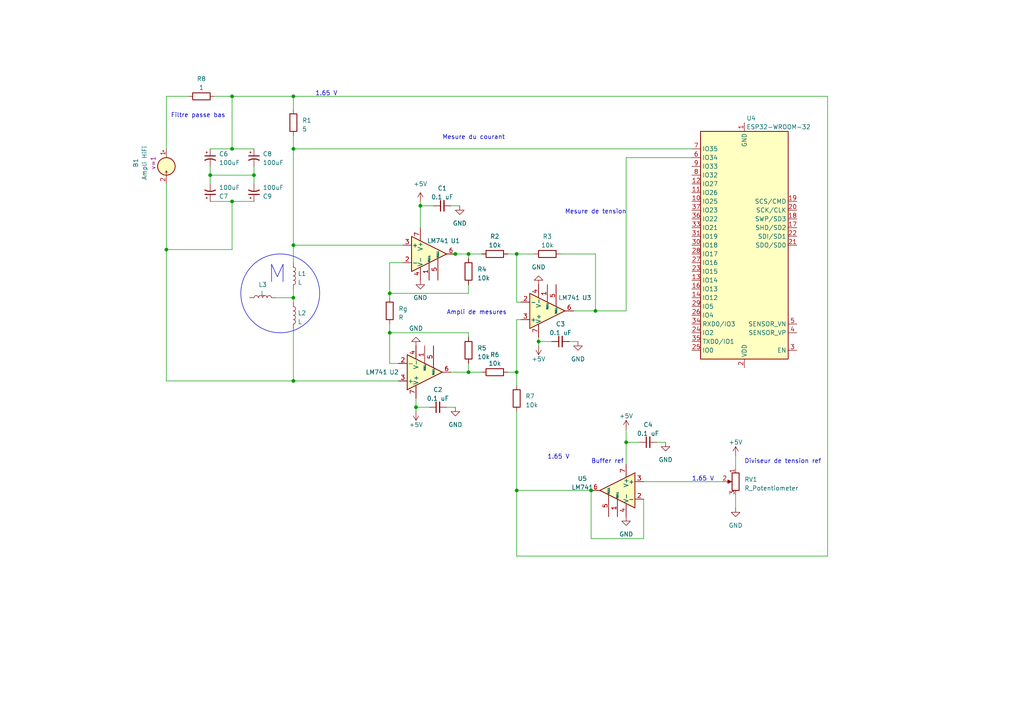
<source format=kicad_sch>
(kicad_sch (version 20230121) (generator eeschema)
  (paper "A4")
  (lib_symbols
    (symbol "Amplifier_Operational:LM741" (pin_names (offset 0.127))
      (property "Reference" "U" (at 0 6.35 0))
      (property "Value" "LM741" (at 0 3.81 0))
      (symbol "LM741_0_1"
        (polyline (pts (xy -5.08 5.08) (xy 5.08 0) (xy -5.08 -5.08) (xy -5.08 5.08)) (stroke (width 0.254)) (fill (type background)))
      )
      (symbol "LM741_1_1"
        (pin input line (at 0 -7.62 90) (length 5.08) (name "NULL") (number "1"))
        (pin input line (at -7.62 -2.54 0) (length 2.54) (name "-") (number "2"))
        (pin input line (at -7.62 2.54 0) (length 2.54) (name "+") (number "3"))
        (pin power_in line (at -2.54 -7.62 90) (length 3.81) (name "V-") (number "4"))
        (pin input line (at 2.54 -7.62 90) (length 6.35) (name "NULL") (number "5"))
        (pin output line (at 7.62 0 180) (length 2.54) (name "~") (number "6"))
        (pin power_in line (at -2.54 7.62 270) (length 3.81) (name "V+") (number "7"))
        (pin no_connect line (at 0 2.54 270) (length 2.54) hide (name "NC") (number "8"))
      )
    )
    (symbol "Device:C_Polarized_Small_US" (pin_numbers hide) (pin_names (offset 0.254) hide)
      (property "Reference" "C" (at 0.254 1.778 0))
      (property "Value" "C_Polarized_Small_US" (at 0.254 -2.032 0))
      (symbol "C_Polarized_Small_US_0_1"
        (polyline (pts (xy -1.524 0.508) (xy 1.524 0.508)) (stroke (width 0.3048)))
        (polyline (pts (xy -1.27 1.524) (xy -0.762 1.524)))
        (polyline (pts (xy -1.016 1.27) (xy -1.016 1.778)))
        (arc (start 1.524 -0.762) (mid 0 -0.3734) (end -1.524 -0.762) (stroke (width 0.3048)))
      )
      (symbol "C_Polarized_Small_US_1_1"
        (pin passive line (at 0 2.54 270) (length 2.032) (name "~") (number "1"))
        (pin passive line (at 0 -2.54 90) (length 2.032) (name "~") (number "2"))
      )
    )
    (symbol "Device:C_Small" (pin_numbers hide) (pin_names (offset 0.254) hide)
      (property "Reference" "C" (at 0.254 1.778 0))
      (property "Value" "C_Small" (at 0.254 -2.032 0))
      (symbol "C_Small_0_1"
        (polyline (pts (xy -1.524 -0.508) (xy 1.524 -0.508)) (stroke (width 0.3302)))
        (polyline (pts (xy -1.524 0.508) (xy 1.524 0.508)) (stroke (width 0.3048)))
      )
      (symbol "C_Small_1_1"
        (pin passive line (at 0 2.54 270) (length 2.032) (name "~") (number "1"))
        (pin passive line (at 0 -2.54 90) (length 2.032) (name "~") (number "2"))
      )
    )
    (symbol "Device:L" (pin_numbers hide) (pin_names (offset 1.016) hide)
      (property "Reference" "L" (at -1.27 0 90))
      (property "Value" "L" (at 1.905 0 90))
      (symbol "L_0_1"
        (arc (start 0 -2.54) (mid 0.6323 -1.905) (end 0 -1.27))
        (arc (start 0 -1.27) (mid 0.6323 -0.635) (end 0 0))
        (arc (start 0 0) (mid 0.6323 0.635) (end 0 1.27))
        (arc (start 0 1.27) (mid 0.6323 1.905) (end 0 2.54))
      )
      (symbol "L_1_1"
        (pin passive line (at 0 3.81 270) (length 1.27) (name "1") (number "1"))
        (pin passive line (at 0 -3.81 90) (length 1.27) (name "2") (number "2"))
      )
    )
    (symbol "Device:R" (pin_numbers hide) (pin_names (offset 0))
      (property "Reference" "R" (at 2.032 0 90))
      (property "Value" "R" (at 0 0 90))
      (symbol "R_0_1"
        (rectangle (start -1.016 -2.54) (end 1.016 2.54) (stroke (width 0.254)))
      )
      (symbol "R_1_1"
        (pin passive line (at 0 3.81 270) (length 1.27) (name "~") (number "1"))
        (pin passive line (at 0 -3.81 90) (length 1.27) (name "~") (number "2"))
      )
    )
    (symbol "Device:R_Potentiometer" (pin_names (offset 1.016) hide)
      (property "Reference" "RV" (at -4.445 0 90))
      (property "Value" "R_Potentiometer" (at -2.54 0 90))
      (symbol "R_Potentiometer_0_1"
        (polyline (pts (xy 2.54 0) (xy 1.524 0)))
        (polyline (pts (xy 1.143 0) (xy 2.286 0.508) (xy 2.286 -0.508) (xy 1.143 0)) (fill (type outline)))
        (rectangle (start 1.016 2.54) (end -1.016 -2.54) (stroke (width 0.254)))
      )
      (symbol "R_Potentiometer_1_1"
        (pin passive line (at 0 3.81 270) (length 1.27) (name "1") (number "1"))
        (pin passive line (at 3.81 0 180) (length 1.27) (name "2") (number "2"))
        (pin passive line (at 0 -3.81 90) (length 1.27) (name "3") (number "3"))
      )
    )
    (symbol "RF_Module:ESP32-WROOM-32"
      (property "Reference" "U" (at -12.7 34.29 0))
      (property "Value" "ESP32-WROOM-32" (at 1.27 34.29 0))
      (symbol "ESP32-WROOM-32_0_1"
        (rectangle (start -12.7 33.02) (end 12.7 -33.02) (stroke (width 0.254)) (fill (type background)))
      )
      (symbol "ESP32-WROOM-32_1_1"
        (pin power_in line (at 0 -35.56 90) (length 2.54) (name "GND") (number "1"))
        (pin bidirectional line (at 15.24 -12.7 180) (length 2.54) (name "IO25") (number "10"))
        (pin bidirectional line (at 15.24 -15.24 180) (length 2.54) (name "IO26") (number "11"))
        (pin bidirectional line (at 15.24 -17.78 180) (length 2.54) (name "IO27") (number "12"))
        (pin bidirectional line (at 15.24 10.16 180) (length 2.54) (name "IO14") (number "13"))
        (pin bidirectional line (at 15.24 15.24 180) (length 2.54) (name "IO12") (number "14"))
        (pin passive line (at 0 -35.56 90) (length 2.54) hide (name "GND") (number "15"))
        (pin bidirectional line (at 15.24 12.7 180) (length 2.54) (name "IO13") (number "16"))
        (pin bidirectional line (at -15.24 -5.08 0) (length 2.54) (name "SHD/SD2") (number "17"))
        (pin bidirectional line (at -15.24 -7.62 0) (length 2.54) (name "SWP/SD3") (number "18"))
        (pin bidirectional line (at -15.24 -12.7 0) (length 2.54) (name "SCS/CMD") (number "19"))
        (pin power_in line (at 0 35.56 270) (length 2.54) (name "VDD") (number "2"))
        (pin bidirectional line (at -15.24 -10.16 0) (length 2.54) (name "SCK/CLK") (number "20"))
        (pin bidirectional line (at -15.24 0 0) (length 2.54) (name "SDO/SD0") (number "21"))
        (pin bidirectional line (at -15.24 -2.54 0) (length 2.54) (name "SDI/SD1") (number "22"))
        (pin bidirectional line (at 15.24 7.62 180) (length 2.54) (name "IO15") (number "23"))
        (pin bidirectional line (at 15.24 25.4 180) (length 2.54) (name "IO2") (number "24"))
        (pin bidirectional line (at 15.24 30.48 180) (length 2.54) (name "IO0") (number "25"))
        (pin bidirectional line (at 15.24 20.32 180) (length 2.54) (name "IO4") (number "26"))
        (pin bidirectional line (at 15.24 5.08 180) (length 2.54) (name "IO16") (number "27"))
        (pin bidirectional line (at 15.24 2.54 180) (length 2.54) (name "IO17") (number "28"))
        (pin bidirectional line (at 15.24 17.78 180) (length 2.54) (name "IO5") (number "29"))
        (pin input line (at -15.24 30.48 0) (length 2.54) (name "EN") (number "3"))
        (pin bidirectional line (at 15.24 0 180) (length 2.54) (name "IO18") (number "30"))
        (pin bidirectional line (at 15.24 -2.54 180) (length 2.54) (name "IO19") (number "31"))
        (pin no_connect line (at -12.7 -27.94 0) (length 2.54) hide (name "NC") (number "32"))
        (pin bidirectional line (at 15.24 -5.08 180) (length 2.54) (name "IO21") (number "33"))
        (pin bidirectional line (at 15.24 22.86 180) (length 2.54) (name "RXD0/IO3") (number "34"))
        (pin bidirectional line (at 15.24 27.94 180) (length 2.54) (name "TXD0/IO1") (number "35"))
        (pin bidirectional line (at 15.24 -7.62 180) (length 2.54) (name "IO22") (number "36"))
        (pin bidirectional line (at 15.24 -10.16 180) (length 2.54) (name "IO23") (number "37"))
        (pin passive line (at 0 -35.56 90) (length 2.54) hide (name "GND") (number "38"))
        (pin passive line (at 0 -35.56 90) (length 2.54) hide (name "GND") (number "39"))
        (pin input line (at -15.24 25.4 0) (length 2.54) (name "SENSOR_VP") (number "4"))
        (pin input line (at -15.24 22.86 0) (length 2.54) (name "SENSOR_VN") (number "5"))
        (pin input line (at 15.24 -25.4 180) (length 2.54) (name "IO34") (number "6"))
        (pin input line (at 15.24 -27.94 180) (length 2.54) (name "IO35") (number "7"))
        (pin bidirectional line (at 15.24 -20.32 180) (length 2.54) (name "IO32") (number "8"))
        (pin bidirectional line (at 15.24 -22.86 180) (length 2.54) (name "IO33") (number "9"))
      )
    )
    (symbol "Simulation_SPICE:BSOURCE" (pin_names (offset 1.016) hide)
      (property "Reference" "B" (at 2.54 2.54 0))
      (property "Value" "BSOURCE" (at 2.54 0 0))
      (property "Sim.Params" "v=1" (at 2.54 -2.54 0))
      (symbol "BSOURCE_0_1"
        (polyline (pts (xy 0 -1.27) (xy 0 -2.286)))
        (polyline (pts (xy 0.254 -1.778) (xy 0 -1.27) (xy -0.254 -1.778)))
        (circle (center 0 0) (radius 2.54) (stroke (width 0.254)) (fill (type background)))
      )
      (symbol "BSOURCE_1_1"
        (polyline (pts (xy 0.635 4.445) (xy 1.143 4.445)))
        (polyline (pts (xy 0.889 4.699) (xy 0.889 4.191)))
        (pin passive line (at 0 5.08 270) (length 2.54) (name "N+") (number "1"))
        (pin passive line (at 0 -5.08 90) (length 2.54) (name "N-") (number "2"))
      )
    )
    (symbol "power:+5V" (power) (pin_names (offset 0))
      (property "Value" "+5V" (at 0 3.556 0))
      (symbol "+5V_0_1"
        (polyline (pts (xy -0.762 1.27) (xy 0 2.54)))
        (polyline (pts (xy 0 0) (xy 0 2.54)))
        (polyline (pts (xy 0 2.54) (xy 0.762 1.27)))
      )
      (symbol "+5V_1_1"
        (pin power_in line (at 0 0 90) (length 0) hide (name "+5V") (number "1"))
      )
    )
    (symbol "power:GND" (power) (pin_names (offset 0))
      (property "Value" "GND" (at 0 -3.81 0))
      (symbol "GND_0_1"
        (polyline (pts (xy 0 0) (xy 0 -1.27) (xy 1.27 -1.27) (xy 0 -2.54) (xy -1.27 -1.27) (xy 0 -1.27)))
      )
      (symbol "GND_1_1"
        (pin power_in line (at 0 0 270) (length 0) hide (name "GND") (number "1"))
      )
    )
  )
  (junction (at 156.21 99.06))
  (junction (at 172.72 90.17))
  (junction (at 48.26 72.39))
  (junction (at 113.03 96.52))
  (junction (at 85.09 86.36))
  (junction (at 73.66 50.8))
  (junction (at 181.61 128.27))
  (junction (at 85.09 27.94))
  (junction (at 149.86 142.24))
  (junction (at 60.96 50.8))
  (junction (at 135.89 107.95))
  (junction (at 149.86 107.95))
  (junction (at 120.65 118.11))
  (junction (at 132.08 73.66))
  (junction (at 135.89 73.66))
  (junction (at 121.92 59.69))
  (junction (at 149.86 73.66))
  (junction (at 85.09 71.12))
  (junction (at 85.09 43.18))
  (junction (at 67.31 43.18))
  (junction (at 171.45 142.24))
  (junction (at 85.09 110.49))
  (junction (at 67.31 27.94))
  (junction (at 67.31 58.42))
  (junction (at 113.03 85.09))
  (wire (pts (xy 73.66 50.8) (xy 73.66 53.34)))
  (wire (pts (xy 186.69 156.21) (xy 171.45 156.21)))
  (wire (pts (xy 48.26 72.39) (xy 48.26 110.49)))
  (wire (pts (xy 113.03 76.2) (xy 113.03 85.09)))
  (wire (pts (xy 135.89 107.95) (xy 135.89 105.41)))
  (wire (pts (xy 149.86 111.76) (xy 149.86 107.95)))
  (wire (pts (xy 147.32 73.66) (xy 149.86 73.66)))
  (wire (pts (xy 213.36 143.51) (xy 213.36 147.32)))
  (wire (pts (xy 190.5 128.27) (xy 193.04 128.27)))
  (wire (pts (xy 60.96 50.8) (xy 60.96 53.34)))
  (wire (pts (xy 60.96 48.26) (xy 60.96 50.8)))
  (wire (pts (xy 121.92 59.69) (xy 125.73 59.69)))
  (wire (pts (xy 85.09 95.25) (xy 85.09 110.49)))
  (wire (pts (xy 135.89 74.93) (xy 135.89 73.66)))
  (wire (pts (xy 200.66 45.72) (xy 181.61 45.72)))
  (wire (pts (xy 85.09 71.12) (xy 85.09 76.2)))
  (wire (pts (xy 48.26 110.49) (xy 85.09 110.49)))
  (wire (pts (xy 129.54 118.11) (xy 132.08 118.11)))
  (wire (pts (xy 186.69 144.78) (xy 186.69 156.21)))
  (wire (pts (xy 62.23 27.94) (xy 67.31 27.94)))
  (wire (pts (xy 67.31 27.94) (xy 67.31 43.18)))
  (wire (pts (xy 80.01 86.36) (xy 85.09 86.36)))
  (wire (pts (xy 113.03 85.09) (xy 113.03 86.36)))
  (wire (pts (xy 85.09 43.18) (xy 85.09 71.12)))
  (wire (pts (xy 172.72 73.66) (xy 162.56 73.66)))
  (wire (pts (xy 73.66 48.26) (xy 73.66 50.8)))
  (wire (pts (xy 135.89 73.66) (xy 139.7 73.66)))
  (wire (pts (xy 48.26 27.94) (xy 54.61 27.94)))
  (wire (pts (xy 149.86 161.29) (xy 240.03 161.29)))
  (wire (pts (xy 73.66 43.18) (xy 67.31 43.18)))
  (wire (pts (xy 130.81 73.66) (xy 132.08 73.66)))
  (wire (pts (xy 120.65 118.11) (xy 124.46 118.11)))
  (wire (pts (xy 85.09 71.12) (xy 116.84 71.12)))
  (wire (pts (xy 181.61 90.17) (xy 172.72 90.17)))
  (wire (pts (xy 149.86 73.66) (xy 154.94 73.66)))
  (wire (pts (xy 48.26 53.34) (xy 48.26 72.39)))
  (wire (pts (xy 172.72 90.17) (xy 166.37 90.17)))
  (wire (pts (xy 120.65 119.38) (xy 120.65 118.11)))
  (wire (pts (xy 240.03 161.29) (xy 240.03 27.94)))
  (wire (pts (xy 149.86 107.95) (xy 149.86 92.71)))
  (wire (pts (xy 48.26 72.39) (xy 67.31 72.39)))
  (wire (pts (xy 147.32 107.95) (xy 149.86 107.95)))
  (wire (pts (xy 186.69 139.7) (xy 209.55 139.7)))
  (wire (pts (xy 135.89 96.52) (xy 135.89 97.79)))
  (wire (pts (xy 149.86 92.71) (xy 151.13 92.71)))
  (wire (pts (xy 172.72 73.66) (xy 172.72 90.17)))
  (wire (pts (xy 67.31 43.18) (xy 60.96 43.18)))
  (wire (pts (xy 149.86 119.38) (xy 149.86 142.24)))
  (wire (pts (xy 181.61 128.27) (xy 185.42 128.27)))
  (wire (pts (xy 130.81 59.69) (xy 133.35 59.69)))
  (wire (pts (xy 85.09 27.94) (xy 240.03 27.94)))
  (wire (pts (xy 116.84 76.2) (xy 113.03 76.2)))
  (wire (pts (xy 113.03 105.41) (xy 113.03 96.52)))
  (wire (pts (xy 135.89 85.09) (xy 113.03 85.09)))
  (wire (pts (xy 156.21 99.06) (xy 156.21 97.79)))
  (wire (pts (xy 85.09 87.63) (xy 85.09 86.36)))
  (wire (pts (xy 156.21 99.06) (xy 160.02 99.06)))
  (wire (pts (xy 115.57 110.49) (xy 85.09 110.49)))
  (wire (pts (xy 67.31 58.42) (xy 67.31 72.39)))
  (wire (pts (xy 60.96 58.42) (xy 67.31 58.42)))
  (wire (pts (xy 85.09 27.94) (xy 85.09 31.75)))
  (wire (pts (xy 67.31 58.42) (xy 73.66 58.42)))
  (wire (pts (xy 113.03 96.52) (xy 135.89 96.52)))
  (wire (pts (xy 121.92 58.42) (xy 121.92 59.69)))
  (wire (pts (xy 67.31 27.94) (xy 85.09 27.94)))
  (wire (pts (xy 121.92 59.69) (xy 121.92 66.04)))
  (wire (pts (xy 149.86 142.24) (xy 171.45 142.24)))
  (wire (pts (xy 149.86 142.24) (xy 149.86 161.29)))
  (wire (pts (xy 130.81 107.95) (xy 135.89 107.95)))
  (wire (pts (xy 181.61 45.72) (xy 181.61 90.17)))
  (wire (pts (xy 85.09 83.82) (xy 85.09 86.36)))
  (wire (pts (xy 149.86 87.63) (xy 149.86 73.66)))
  (wire (pts (xy 60.96 50.8) (xy 73.66 50.8)))
  (wire (pts (xy 171.45 156.21) (xy 171.45 142.24)))
  (wire (pts (xy 135.89 82.55) (xy 135.89 85.09)))
  (wire (pts (xy 181.61 124.46) (xy 181.61 128.27)))
  (wire (pts (xy 115.57 105.41) (xy 113.03 105.41)))
  (wire (pts (xy 113.03 93.98) (xy 113.03 96.52)))
  (wire (pts (xy 151.13 87.63) (xy 149.86 87.63)))
  (wire (pts (xy 181.61 128.27) (xy 181.61 134.62)))
  (wire (pts (xy 135.89 107.95) (xy 139.7 107.95)))
  (wire (pts (xy 120.65 115.57) (xy 120.65 118.11)))
  (wire (pts (xy 85.09 39.37) (xy 85.09 43.18)))
  (wire (pts (xy 156.21 99.06) (xy 156.21 100.33)))
  (wire (pts (xy 213.36 132.08) (xy 213.36 135.89)))
  (wire (pts (xy 132.08 73.66) (xy 135.89 73.66)))
  (wire (pts (xy 48.26 27.94) (xy 48.26 43.18)))
  (wire (pts (xy 85.09 43.18) (xy 200.66 43.18)))
  (wire (pts (xy 165.1 99.06) (xy 167.64 99.06)))
  (circle (center 81.28 85.09) (radius 11.43))
  (text "Mesure du courant" (at 128.27 40.64 0) (effects (font (size 1.27 1.27)) (justify left bottom)))
  (text "1.65 V" (at 158.75 133.35 0) (effects (font (size 1.27 1.27)) (justify left bottom)))
  (text "1.65 V" (at 91.44 27.94 0) (effects (font (size 1.27 1.27)) (justify left bottom)))
  (text "Ampli de mesures" (at 129.54 91.44 0) (effects (font (size 1.27 1.27)) (justify left bottom)))
  (text "Filtre passe bas" (at 49.53 34.29 0) (effects (font (size 1.27 1.27)) (justify left bottom)))
  (text "1.65 V" (at 200.66 139.7 0) (effects (font (size 1.27 1.27)) (justify left bottom)))
  (text "M" (at 77.47 82.55 0) (effects (font (size 5 5)) (justify left bottom)))
  (text "Diviseur de tension ref" (at 215.9 134.62 0) (effects (font (size 1.27 1.27)) (justify left bottom)))
  (text "Buffer ref" (at 171.45 134.62 0) (effects (font (size 1.27 1.27)) (justify left bottom)))
  (text "Mesure de tension" (at 163.83 62.23 0) (effects (font (size 1.27 1.27)) (justify left bottom)))
  (symbol (lib_id "Device:R") (at 135.89 78.74 0) (unit 1)
    (property "Reference" "R4" (at 138.43 78.105 0) (effects (justify left)))
    (property "Value" "10k" (at 138.43 80.645 0) (effects (justify left)))
  )
  (symbol (lib_id "Device:R") (at 135.89 101.6 0) (unit 1)
    (property "Reference" "R5" (at 138.43 100.965 0) (effects (justify left)))
    (property "Value" "10k" (at 138.43 103.505 0) (effects (justify left)))
  )
  (symbol (lib_id "Device:C_Polarized_Small_US") (at 60.96 55.88 0) (mirror x) (unit 1)
    (property "Reference" "C7" (at 63.5 56.9468 0) (effects (justify left)))
    (property "Value" "100uF" (at 63.5 54.4068 0) (effects (justify left)))
  )
  (symbol (lib_id "Device:C_Small") (at 127 118.11 90) (unit 1)
    (property "Reference" "C2" (at 127.0063 113.03 90))
    (property "Value" "0.1 uF" (at 127.0063 115.57 90))
  )
  (symbol (lib_id "power:GND") (at 133.35 59.69 0) (unit 1)
    (property "Reference" "#PWR05" (effects hide))
    (property "Value" "GND" (at 133.35 64.77 0))
  )
  (symbol (lib_id "power:GND") (at 181.61 149.86 0) (unit 1)
    (property "Reference" "#PWR015" (effects hide))
    (property "Value" "GND" (at 181.61 154.94 0))
  )
  (symbol (lib_id "power:GND") (at 132.08 118.11 0) (unit 1)
    (property "Reference" "#PWR07" (effects hide))
    (property "Value" "GND" (at 132.08 123.19 0))
  )
  (symbol (lib_id "power:+5V") (at 181.61 124.46 0) (unit 1)
    (property "Reference" "#PWR016" (effects hide))
    (property "Value" "+5V" (at 181.61 120.65 0))
  )
  (symbol (lib_id "power:+5V") (at 120.65 119.38 0) (mirror x) (unit 1)
    (property "Reference" "#PWR06" (effects hide))
    (property "Value" "+5V" (at 120.65 123.19 0))
  )
  (symbol (lib_id "power:GND") (at 121.92 81.28 0) (unit 1)
    (property "Reference" "#PWR010" (effects hide))
    (property "Value" "GND" (at 121.92 86.36 0))
  )
  (symbol (lib_id "Amplifier_Operational:LM741") (at 123.19 107.95 0) (mirror x) (unit 1)
    (property "Reference" "U2" (at 114.3 107.95 0))
    (property "Value" "LM741" (at 109.22 107.95 0))
    (property "Datasheet" "http://www.ti.com/lit/ds/symlink/lm741.pdf" (effects hide))
  )
  (symbol (lib_id "Device:C_Polarized_Small_US") (at 73.66 45.72 0) (unit 1)
    (property "Reference" "C8" (at 76.2 44.6532 0) (effects (justify left)))
    (property "Value" "100uF" (at 76.2 47.1932 0) (effects (justify left)))
  )
  (symbol (lib_id "power:+5V") (at 213.36 132.08 0) (unit 1)
    (property "Reference" "#PWR01" (effects hide))
    (property "Value" "+5V" (at 213.36 128.27 0))
  )
  (symbol (lib_id "power:GND") (at 156.21 82.55 0) (mirror x) (unit 1)
    (property "Reference" "#PWR012" (effects hide))
    (property "Value" "GND" (at 156.21 77.47 0))
  )
  (symbol (lib_id "power:+5V") (at 156.21 100.33 0) (mirror x) (unit 1)
    (property "Reference" "#PWR08" (effects hide))
    (property "Value" "+5V" (at 156.21 104.14 0))
  )
  (symbol (lib_id "power:+5V") (at 121.92 58.42 0) (unit 1)
    (property "Reference" "#PWR04" (effects hide))
    (property "Value" "+5V" (at 121.92 53.34 0))
  )
  (symbol (lib_id "Device:R_Potentiometer") (at 213.36 139.7 0) (mirror y) (unit 1)
    (property "Reference" "RV1" (at 215.9 139.065 0) (effects (justify right)))
    (property "Value" "R_Potentiometer" (at 215.9 141.605 0) (effects (justify right)))
  )
  (symbol (lib_id "Device:C_Small") (at 128.27 59.69 90) (unit 1)
    (property "Reference" "C1" (at 128.27 54.61 90))
    (property "Value" "0.1 uF" (at 128.2763 57.15 90))
  )
  (symbol (lib_id "Device:C_Polarized_Small_US") (at 60.96 45.72 0) (unit 1)
    (property "Reference" "C6" (at 63.5 44.6532 0) (effects (justify left)))
    (property "Value" "100uF" (at 63.5 47.1932 0) (effects (justify left)))
  )
  (symbol (lib_id "power:GND") (at 213.36 147.32 0) (unit 1)
    (property "Reference" "#PWR014" (effects hide))
    (property "Value" "GND" (at 213.36 152.4 0))
  )
  (symbol (lib_id "RF_Module:ESP32-WROOM-32") (at 215.9 71.12 180) (unit 1)
    (property "Reference" "U4" (at 216.4841 34.29 0) (effects (justify right)))
    (property "Value" "ESP32-WROOM-32" (at 216.4841 36.83 0) (effects (justify right)))
    (property "Footprint" "RF_Module:ESP32-WROOM-32" (effects hide))
    (property "Datasheet" "https://www.espressif.com/sites/default/files/documentation/esp32-wroom-32_datasheet_en.pdf" (effects hide))
  )
  (symbol (lib_id "power:GND") (at 120.65 100.33 0) (mirror x) (unit 1)
    (property "Reference" "#PWR011" (effects hide))
    (property "Value" "GND" (at 120.65 95.25 0))
  )
  (symbol (lib_id "Device:R") (at 143.51 73.66 90) (unit 1)
    (property "Reference" "R2" (at 143.51 68.58 90))
    (property "Value" "10k" (at 143.51 71.12 90))
  )
  (symbol (lib_id "Device:R") (at 149.86 115.57 180) (unit 1)
    (property "Reference" "R7" (at 152.4 114.935 0) (effects (justify right)))
    (property "Value" "10k" (at 152.4 117.475 0) (effects (justify right)))
  )
  (symbol (lib_id "Amplifier_Operational:LM741") (at 158.75 90.17 0) (mirror x) (unit 1)
    (property "Reference" "U3" (at 170.18 86.36 0))
    (property "Value" "LM741" (at 165.1 86.36 0))
    (property "Datasheet" "http://www.ti.com/lit/ds/symlink/lm741.pdf" (effects hide))
  )
  (symbol (lib_id "Simulation_SPICE:BSOURCE") (at 48.26 48.26 0) (mirror y) (unit 1)
    (property "Reference" "B1" (at 39.37 47.244 90))
    (property "Value" "Ampli HiFi" (at 41.91 47.244 90))
    (property "Datasheet" "https://ngspice.sourceforge.io/docs.html" (effects hide))
    (property "Sim.Device" "V" (effects hide))
    (property "Sim.Type" "=" (effects hide))
    (property "Sim.Pins" "1=+ 2=-" (effects hide))
    (property "Sim.Params" "v=1" (at 44.45 47.244 90))
  )
  (symbol (lib_id "Device:R") (at 58.42 27.94 90) (unit 1)
    (property "Reference" "R8" (at 58.42 22.86 90))
    (property "Value" "1" (at 58.42 25.4 90))
  )
  (symbol (lib_id "Device:R") (at 143.51 107.95 90) (unit 1)
    (property "Reference" "R6" (at 143.51 102.87 90))
    (property "Value" "10k" (at 143.51 105.41 90))
  )
  (symbol (lib_id "Device:C_Polarized_Small_US") (at 73.66 55.88 0) (mirror x) (unit 1)
    (property "Reference" "C9" (at 76.2 56.9468 0) (effects (justify left)))
    (property "Value" "100uF" (at 76.2 54.4068 0) (effects (justify left)))
  )
  (symbol (lib_id "Device:L") (at 76.2 86.36 90) (unit 1)
    (property "Reference" "L3" (at 76.2 82.55 90))
    (property "Value" "L" (at 76.2 85.09 90))
  )
  (symbol (lib_id "Device:L") (at 85.09 80.01 0) (unit 1)
    (property "Reference" "L1" (at 86.36 79.375 0) (effects (justify left)))
    (property "Value" "L" (at 86.36 81.915 0) (effects (justify left)))
  )
  (symbol (lib_id "Device:R") (at 113.03 90.17 180) (unit 1)
    (property "Reference" "Rg" (at 115.57 89.535 0) (effects (justify right)))
    (property "Value" "R" (at 115.57 92.075 0) (effects (justify right)))
  )
  (symbol (lib_id "Amplifier_Operational:LM741") (at 179.07 142.24 0) (mirror y) (unit 1)
    (property "Reference" "U5" (at 168.91 138.8111 0))
    (property "Value" "LM741" (at 168.91 141.3511 0))
    (property "Datasheet" "http://www.ti.com/lit/ds/symlink/lm741.pdf" (effects hide))
  )
  (symbol (lib_id "Device:C_Small") (at 187.96 128.27 90) (unit 1)
    (property "Reference" "C4" (at 187.9663 123.19 90))
    (property "Value" "0.1 uF" (at 187.9663 125.73 90))
  )
  (symbol (lib_id "Device:L") (at 85.09 91.44 0) (unit 1)
    (property "Reference" "L2" (at 86.36 90.805 0) (effects (justify left)))
    (property "Value" "L" (at 86.36 93.345 0) (effects (justify left)))
  )
  (symbol (lib_id "power:GND") (at 193.04 128.27 0) (unit 1)
    (property "Reference" "#PWR017" (effects hide))
    (property "Value" "GND" (at 193.04 133.35 0))
  )
  (symbol (lib_id "Device:R") (at 85.09 35.56 0) (unit 1)
    (property "Reference" "R1" (at 87.63 34.925 0) (effects (justify left)))
    (property "Value" "5" (at 87.63 37.465 0) (effects (justify left)))
  )
  (symbol (lib_id "Device:C_Small") (at 162.56 99.06 90) (unit 1)
    (property "Reference" "C3" (at 162.5663 93.98 90))
    (property "Value" "0.1 uF" (at 162.5663 96.52 90))
  )
  (symbol (lib_id "Amplifier_Operational:LM741") (at 124.46 73.66 0) (unit 1)
    (property "Reference" "U1" (at 132.08 69.85 0))
    (property "Value" "LM741" (at 127 69.85 0))
    (property "Datasheet" "http://www.ti.com/lit/ds/symlink/lm741.pdf" (effects hide))
  )
  (symbol (lib_id "power:GND") (at 167.64 99.06 0) (unit 1)
    (property "Reference" "#PWR09" (effects hide))
    (property "Value" "GND" (at 167.64 104.14 0))
  )
  (symbol (lib_id "Device:R") (at 158.75 73.66 90) (unit 1)
    (property "Reference" "R3" (at 158.75 68.58 90))
    (property "Value" "10k" (at 158.75 71.12 90))
  )
)
</source>
